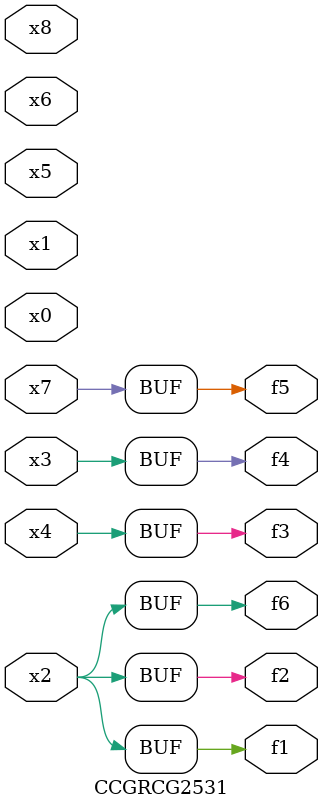
<source format=v>
module CCGRCG2531(
	input x0, x1, x2, x3, x4, x5, x6, x7, x8,
	output f1, f2, f3, f4, f5, f6
);
	assign f1 = x2;
	assign f2 = x2;
	assign f3 = x4;
	assign f4 = x3;
	assign f5 = x7;
	assign f6 = x2;
endmodule

</source>
